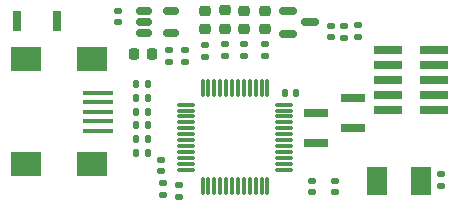
<source format=gbr>
%TF.GenerationSoftware,KiCad,Pcbnew,(6.0.7)*%
%TF.CreationDate,2022-09-05T13:16:06+02:00*%
%TF.ProjectId,blackmagic_mini,626c6163-6b6d-4616-9769-635f6d696e69,rev?*%
%TF.SameCoordinates,Original*%
%TF.FileFunction,Paste,Top*%
%TF.FilePolarity,Positive*%
%FSLAX46Y46*%
G04 Gerber Fmt 4.6, Leading zero omitted, Abs format (unit mm)*
G04 Created by KiCad (PCBNEW (6.0.7)) date 2022-09-05 13:16:06*
%MOMM*%
%LPD*%
G01*
G04 APERTURE LIST*
G04 Aperture macros list*
%AMRoundRect*
0 Rectangle with rounded corners*
0 $1 Rounding radius*
0 $2 $3 $4 $5 $6 $7 $8 $9 X,Y pos of 4 corners*
0 Add a 4 corners polygon primitive as box body*
4,1,4,$2,$3,$4,$5,$6,$7,$8,$9,$2,$3,0*
0 Add four circle primitives for the rounded corners*
1,1,$1+$1,$2,$3*
1,1,$1+$1,$4,$5*
1,1,$1+$1,$6,$7*
1,1,$1+$1,$8,$9*
0 Add four rect primitives between the rounded corners*
20,1,$1+$1,$2,$3,$4,$5,0*
20,1,$1+$1,$4,$5,$6,$7,0*
20,1,$1+$1,$6,$7,$8,$9,0*
20,1,$1+$1,$8,$9,$2,$3,0*%
G04 Aperture macros list end*
%ADD10R,2.100000X0.740000*%
%ADD11R,2.400000X0.750000*%
%ADD12RoundRect,0.218750X0.256250X-0.218750X0.256250X0.218750X-0.256250X0.218750X-0.256250X-0.218750X0*%
%ADD13R,1.700000X2.400000*%
%ADD14RoundRect,0.075000X0.662500X0.075000X-0.662500X0.075000X-0.662500X-0.075000X0.662500X-0.075000X0*%
%ADD15RoundRect,0.075000X0.075000X0.662500X-0.075000X0.662500X-0.075000X-0.662500X0.075000X-0.662500X0*%
%ADD16RoundRect,0.150000X-0.512500X-0.150000X0.512500X-0.150000X0.512500X0.150000X-0.512500X0.150000X0*%
%ADD17R,0.800000X1.700000*%
%ADD18RoundRect,0.135000X-0.185000X0.135000X-0.185000X-0.135000X0.185000X-0.135000X0.185000X0.135000X0*%
%ADD19RoundRect,0.135000X0.185000X-0.135000X0.185000X0.135000X-0.185000X0.135000X-0.185000X-0.135000X0*%
%ADD20RoundRect,0.135000X0.135000X0.185000X-0.135000X0.185000X-0.135000X-0.185000X0.135000X-0.185000X0*%
%ADD21RoundRect,0.135000X-0.135000X-0.185000X0.135000X-0.185000X0.135000X0.185000X-0.135000X0.185000X0*%
%ADD22RoundRect,0.150000X-0.587500X-0.150000X0.587500X-0.150000X0.587500X0.150000X-0.587500X0.150000X0*%
%ADD23R,2.600000X0.450000*%
%ADD24R,2.500000X2.000000*%
%ADD25RoundRect,0.140000X0.170000X-0.140000X0.170000X0.140000X-0.170000X0.140000X-0.170000X-0.140000X0*%
%ADD26RoundRect,0.140000X-0.170000X0.140000X-0.170000X-0.140000X0.170000X-0.140000X0.170000X0.140000X0*%
%ADD27RoundRect,0.140000X0.140000X0.170000X-0.140000X0.170000X-0.140000X-0.170000X0.140000X-0.170000X0*%
%ADD28RoundRect,0.225000X0.225000X0.250000X-0.225000X0.250000X-0.225000X-0.250000X0.225000X-0.250000X0*%
G04 APERTURE END LIST*
D10*
%TO.C,J1*%
X47480000Y-32080000D03*
X50580000Y-30810000D03*
X47480000Y-29540000D03*
X50580000Y-28270000D03*
%TD*%
D11*
%TO.C,J3*%
X53550000Y-24135000D03*
X57450000Y-24135000D03*
X53550000Y-25405000D03*
X57450000Y-25405000D03*
X53550000Y-26675000D03*
X57450000Y-26675000D03*
X53550000Y-27945000D03*
X57450000Y-27945000D03*
X53550000Y-29215000D03*
X57450000Y-29215000D03*
%TD*%
D12*
%TO.C,D2*%
X39750000Y-22387500D03*
X39750000Y-20812500D03*
%TD*%
%TO.C,D1*%
X38050000Y-22412500D03*
X38050000Y-20837500D03*
%TD*%
%TO.C,D4*%
X43100000Y-22412500D03*
X43100000Y-20837500D03*
%TD*%
%TO.C,D3*%
X41400000Y-20837500D03*
X41400000Y-22412500D03*
%TD*%
D13*
%TO.C,X1*%
X52625000Y-35225000D03*
X56325000Y-35225000D03*
%TD*%
D14*
%TO.C,U2*%
X44762500Y-34300000D03*
X44762500Y-33800000D03*
X44762500Y-33300000D03*
X44762500Y-32800000D03*
X44762500Y-32300000D03*
X44762500Y-31800000D03*
X44762500Y-31300000D03*
X44762500Y-30800000D03*
X44762500Y-30300000D03*
X44762500Y-29800000D03*
X44762500Y-29300000D03*
X44762500Y-28800000D03*
D15*
X43350000Y-27387500D03*
X42850000Y-27387500D03*
X42350000Y-27387500D03*
X41850000Y-27387500D03*
X41350000Y-27387500D03*
X40850000Y-27387500D03*
X40350000Y-27387500D03*
X39850000Y-27387500D03*
X39350000Y-27387500D03*
X38850000Y-27387500D03*
X38350000Y-27387500D03*
X37850000Y-27387500D03*
D14*
X36437500Y-28800000D03*
X36437500Y-29300000D03*
X36437500Y-29800000D03*
X36437500Y-30300000D03*
X36437500Y-30800000D03*
X36437500Y-31300000D03*
X36437500Y-31800000D03*
X36437500Y-32300000D03*
X36437500Y-32800000D03*
X36437500Y-33300000D03*
X36437500Y-33800000D03*
X36437500Y-34300000D03*
D15*
X37850000Y-35712500D03*
X38350000Y-35712500D03*
X38850000Y-35712500D03*
X39350000Y-35712500D03*
X39850000Y-35712500D03*
X40350000Y-35712500D03*
X40850000Y-35712500D03*
X41350000Y-35712500D03*
X41850000Y-35712500D03*
X42350000Y-35712500D03*
X42850000Y-35712500D03*
X43350000Y-35712500D03*
%TD*%
D16*
%TO.C,U1*%
X32912500Y-20850000D03*
X32912500Y-21800000D03*
X32912500Y-22750000D03*
X35187500Y-22750000D03*
X35187500Y-20850000D03*
%TD*%
D17*
%TO.C,S1*%
X22125000Y-21700000D03*
X25525000Y-21700000D03*
%TD*%
D18*
%TO.C,R15*%
X35000000Y-24165000D03*
X35000000Y-25185000D03*
%TD*%
D19*
%TO.C,R14*%
X35825000Y-36610000D03*
X35825000Y-35590000D03*
%TD*%
%TO.C,R13*%
X34500000Y-36410000D03*
X34500000Y-35390000D03*
%TD*%
D20*
%TO.C,R12*%
X33235000Y-28250000D03*
X32215000Y-28250000D03*
%TD*%
D21*
%TO.C,R11*%
X32190000Y-29425000D03*
X33210000Y-29425000D03*
%TD*%
D20*
%TO.C,R10*%
X33210000Y-27050000D03*
X32190000Y-27050000D03*
%TD*%
D19*
%TO.C,R9*%
X49825000Y-23135000D03*
X49825000Y-22115000D03*
%TD*%
D18*
%TO.C,R8*%
X50975000Y-22090000D03*
X50975000Y-23110000D03*
%TD*%
D19*
%TO.C,R7*%
X43100000Y-24710000D03*
X43100000Y-23690000D03*
%TD*%
%TO.C,R6*%
X41400000Y-24710000D03*
X41400000Y-23690000D03*
%TD*%
%TO.C,R5*%
X39750000Y-24710000D03*
X39750000Y-23690000D03*
%TD*%
%TO.C,R4*%
X38050000Y-24735000D03*
X38050000Y-23715000D03*
%TD*%
D20*
%TO.C,R3*%
X32190000Y-32875000D03*
X33210000Y-32875000D03*
%TD*%
%TO.C,R2*%
X33210000Y-31725000D03*
X32190000Y-31725000D03*
%TD*%
%TO.C,R1*%
X33210000Y-30550000D03*
X32190000Y-30550000D03*
%TD*%
D22*
%TO.C,Q1*%
X45062500Y-20875000D03*
X45062500Y-22775000D03*
X46937500Y-21825000D03*
%TD*%
D23*
%TO.C,J2*%
X28975000Y-27800000D03*
X28975000Y-28600000D03*
X28975000Y-29400000D03*
X28975000Y-30200000D03*
X28975000Y-31000000D03*
D24*
X28467000Y-24955000D03*
X22879000Y-24955000D03*
X28467000Y-33845000D03*
X22879000Y-33845000D03*
%TD*%
D25*
%TO.C,C9*%
X48700000Y-23080000D03*
X48700000Y-22120000D03*
%TD*%
D26*
%TO.C,C8*%
X58075000Y-34695000D03*
X58075000Y-35655000D03*
%TD*%
%TO.C,C7*%
X49025000Y-35220000D03*
X49025000Y-36180000D03*
%TD*%
%TO.C,C6*%
X47100000Y-35220000D03*
X47100000Y-36180000D03*
%TD*%
D25*
%TO.C,C5*%
X34350000Y-34430000D03*
X34350000Y-33470000D03*
%TD*%
D27*
%TO.C,C4*%
X45805000Y-27800000D03*
X44845000Y-27800000D03*
%TD*%
D25*
%TO.C,C3*%
X36375000Y-25150000D03*
X36375000Y-24190000D03*
%TD*%
D28*
%TO.C,C2*%
X33600000Y-24525000D03*
X32050000Y-24525000D03*
%TD*%
D26*
%TO.C,C1*%
X30700000Y-20845000D03*
X30700000Y-21805000D03*
%TD*%
M02*

</source>
